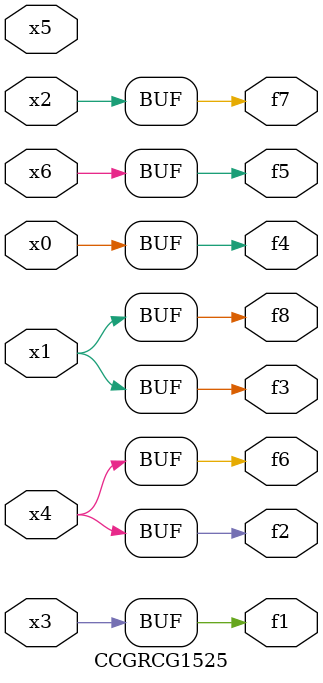
<source format=v>
module CCGRCG1525(
	input x0, x1, x2, x3, x4, x5, x6,
	output f1, f2, f3, f4, f5, f6, f7, f8
);
	assign f1 = x3;
	assign f2 = x4;
	assign f3 = x1;
	assign f4 = x0;
	assign f5 = x6;
	assign f6 = x4;
	assign f7 = x2;
	assign f8 = x1;
endmodule

</source>
